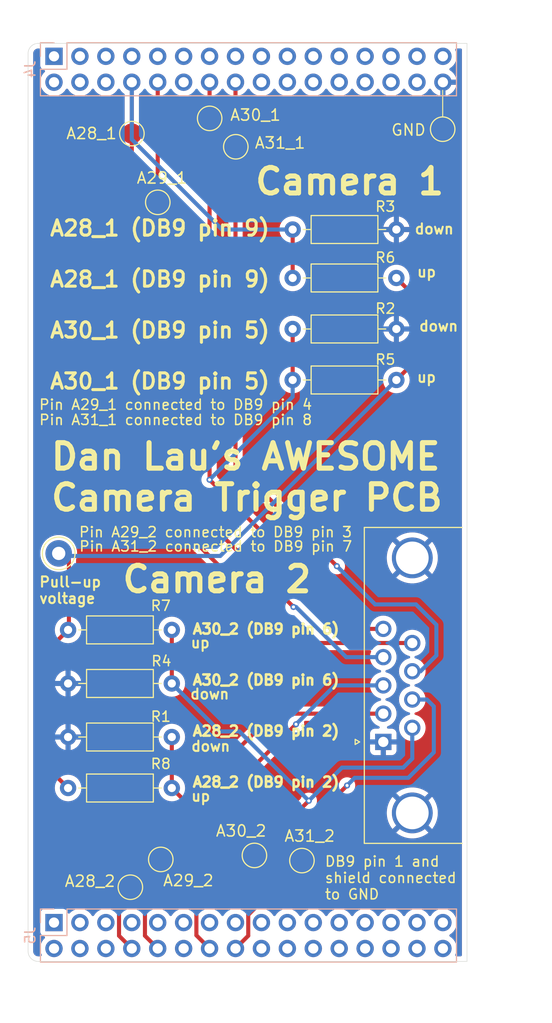
<source format=kicad_pcb>
(kicad_pcb (version 20240108) (generator "pcbnew") (generator_version "8.0")
  (layers (0 "F.Cu" signal) (31 "B.Cu" signal) (34 "B.Paste" user) (35 "F.Paste" user) (36 "B.SilkS" user "B.Silkscreen") (37 "F.SilkS" user "F.Silkscreen") (38 "B.Mask" user) (39 "F.Mask" user) (44 "Edge.Cuts" user))
  (net 0 "")
  (net 1 "A28_2")
  (net 2 "GND")
  (net 10 "A31_1")
  (net 14 "A29_1")
  (net 23 "A30_1")
  (net 24 "A28_1")
  (net 36 "A31_2")
  (net 39 "A30_2")
  (net 40 "A29_2")
  (net 61 "Net-(J1-Pin_1)")
  (footprint "TestPoint:TestPoint_Pad_D2.0mm" (layer "F.Cu") (at 60.02073 132.723748)
    (property "Reference" "TP1" (hide yes))
    (property "Value" "TestPoint" (hide yes))
    (fp_circle (center 0 0) (end 0 1.2) (stroke (width 0.12)) (fill none) (layer "F.SilkS"))
    (pad "1" smd circle (at 0 0) (size 2 2) (layers "F.Cu" "F.Mask") (net 1 "A28_2"))
  )
  (footprint "TestPoint:TestPoint_Pad_D2.0mm" (layer "F.Cu") (at 63 130)
    (property "Reference" "TP2" (hide yes))
    (property "Value" "TestPoint" (hide yes))
    (fp_circle (center 0 0) (end 0 1.2) (stroke (width 0.12)) (fill none) (layer "F.SilkS"))
    (pad "1" smd circle (at 0 0) (size 2 2) (layers "F.Cu" "F.Mask") (net 40 "A29_2"))
  )
  (footprint "Resistor_THT:R_Axial_DIN0207_L6.3mm_D2.5mm_P10.16mm_Horizontal" (layer "F.Cu") (at 64.08 118 180)
    (property "Reference" "R1" (at 1.08 2 360) (layer "F.SilkS"))
    (property "Value" "R")
    (fp_line (start 9.12 0) (end 8.35 0) (stroke (width 0.12)) (layer "F.SilkS"))
    (fp_line (start 8.35 1.37) (end 8.35 -1.37) (stroke (width 0.12)) (layer "F.SilkS"))
    (fp_line (start 8.35 -1.37) (end 1.81 -1.37) (stroke (width 0.12)) (layer "F.SilkS"))
    (fp_line (start 1.81 1.37) (end 8.35 1.37) (stroke (width 0.12)) (layer "F.SilkS"))
    (fp_line (start 1.81 -1.37) (end 1.81 1.37) (stroke (width 0.12)) (layer "F.SilkS"))
    (fp_line (start 1.04 0) (end 1.81 0) (stroke (width 0.12)) (layer "F.SilkS"))
    (pad "1" thru_hole circle (at 0 0 180) (size 1.6 1.6) (drill 0.8) (layers "*.Cu" "*.Mask") (net 1 "A28_2"))
    (pad "2" thru_hole oval (at 10.16 0 180) (size 1.6 1.6) (drill 0.8) (layers "*.Cu" "*.Mask") (net 2 "GND"))
  )
  (footprint "Resistor_THT:R_Axial_DIN0207_L6.3mm_D2.5mm_P10.16mm_Horizontal" (layer "F.Cu") (at 53.92 123)
    (property "Reference" "R8" (at 9.08 -2.37 0) (layer "F.SilkS"))
    (property "Value" "R")
    (fp_line (start 1.04 0) (end 1.81 0) (stroke (width 0.12)) (layer "F.SilkS"))
    (fp_line (start 1.81 -1.37) (end 1.81 1.37) (stroke (width 0.12)) (layer "F.SilkS"))
    (fp_line (start 1.81 1.37) (end 8.35 1.37) (stroke (width 0.12)) (layer "F.SilkS"))
    (fp_line (start 8.35 -1.37) (end 1.81 -1.37) (stroke (width 0.12)) (layer "F.SilkS"))
    (fp_line (start 8.35 1.37) (end 8.35 -1.37) (stroke (width 0.12)) (layer "F.SilkS"))
    (fp_line (start 9.12 0) (end 8.35 0) (stroke (width 0.12)) (layer "F.SilkS"))
    (pad "1" thru_hole circle (at 0 0) (size 1.6 1.6) (drill 0.8) (layers "*.Cu" "*.Mask") (net 61 "Net-(J1-Pin_1)"))
    (pad "2" thru_hole oval (at 10.16 0) (size 1.6 1.6) (drill 0.8) (layers "*.Cu" "*.Mask") (net 1 "A28_2"))
  )
  (footprint "Connector_Pin:Pin_D1.3mm_L11.0mm" (layer "F.Cu") (at 53 100)
    (property "Reference" "J1" (hide yes))
    (property "Value" "Conn_01x01" (hide yes))
    (fp_circle (center 0 0) (end 1.6 0.05) (stroke (width 0.12)) (fill none) (layer "F.SilkS"))
    (pad "1" thru_hole circle (at 0 0) (size 2.6 2.6) (drill 1.3) (layers "*.Cu" "*.Mask") (net 61 "Net-(J1-Pin_1)"))
  )
  (footprint "Connector_Dsub:DSUB-9_Male_Horizontal_P2.77x2.84mm_EdgePinOffset4.94mm_Housed_MountingHolesOffset4.94mm" (layer "F.Cu") (at 84.8 118.48 90)
    (property "Reference" "J3" (hide yes))
    (property "Value" "DE9_Plug_MountingHoles")
    (fp_line (start 0.25 -2.754338) (end 0 -2.321325) (stroke (width 0.12)) (layer "F.SilkS"))
    (fp_line (start -0.25 -2.754338) (end 0.25 -2.754338) (stroke (width 0.12)) (layer "F.SilkS"))
    (fp_line (start 0 -2.321325) (end -0.25 -2.754338) (stroke (width 0.12)) (layer "F.SilkS"))
    (fp_line (start 21.025 -1.86) (end 21.025 7.72) (stroke (width 0.12)) (layer "F.SilkS"))
    (fp_line (start -9.945 -1.86) (end 21.025 -1.86) (stroke (width 0.12)) (layer "F.SilkS"))
    (fp_line (start -9.945 7.72) (end -9.945 -1.86) (stroke (width 0.12)) (layer "F.SilkS"))
    (pad "0" thru_hole circle (at -6.96 2.84 90) (size 4 4) (drill 3.2) (layers "*.Cu" "*.Mask") (net 2 "GND"))
    (pad "0" thru_hole circle (at 18.04 2.84 90) (size 4 4) (drill 3.2) (layers "*.Cu" "*.Mask") (net 2 "GND"))
    (pad "1" thru_hole rect (at 0 0 90) (size 1.6 1.6) (drill 1) (layers "*.Cu" "*.Mask") (net 2 "GND"))
    (pad "2" thru_hole circle (at 2.77 0 90) (size 1.6 1.6) (drill 1) (layers "*.Cu" "*.Mask") (net 1 "A28_2"))
    (pad "3" thru_hole circle (at 5.54 0 90) (size 1.6 1.6) (drill 1) (layers "*.Cu" "*.Mask") (net 40 "A29_2"))
    (pad "4" thru_hole circle (at 8.31 0 90) (size 1.6 1.6) (drill 1) (layers "*.Cu" "*.Mask") (net 14 "A29_1"))
    (pad "5" thru_hole circle (at 11.08 0 90) (size 1.6 1.6) (drill 1) (layers "*.Cu" "*.Mask") (net 23 "A30_1"))
    (pad "6" thru_hole circle (at 1.385 2.84 90) (size 1.6 1.6) (drill 1) (layers "*.Cu" "*.Mask") (net 39 "A30_2"))
    (pad "7" thru_hole circle (at 4.155 2.84 90) (size 1.6 1.6) (drill 1) (layers "*.Cu" "*.Mask") (net 36 "A31_2"))
    (pad "8" thru_hole circle (at 6.925 2.84 90) (size 1.6 1.6) (drill 1) (layers "*.Cu" "*.Mask") (net 10 "A31_1"))
    (pad "9" thru_hole circle (at 9.695 2.84 90) (size 1.6 1.6) (drill 1) (layers "*.Cu" "*.Mask") (net 24 "A28_1"))
  )
  (footprint "Resistor_THT:R_Axial_DIN0207_L6.3mm_D2.5mm_P10.16mm_Horizontal" (layer "F.Cu") (at 75.92 68.25)
    (property "Reference" "R3" (at 9.08 -2.25 0) (layer "F.SilkS"))
    (property "Value" "R")
    (fp_line (start 1.04 0) (end 1.81 0) (stroke (width 0.12)) (layer "F.SilkS"))
    (fp_line (start 1.81 -1.37) (end 1.81 1.37) (stroke (width 0.12)) (layer "F.SilkS"))
    (fp_line (start 1.81 1.37) (end 8.35 1.37) (stroke (width 0.12)) (layer "F.SilkS"))
    (fp_line (start 8.35 -1.37) (end 1.81 -1.37) (stroke (width 0.12)) (layer "F.SilkS"))
    (fp_line (start 8.35 1.37) (end 8.35 -1.37) (stroke (width 0.12)) (layer "F.SilkS"))
    (fp_line (start 9.12 0) (end 8.35 0) (stroke (width 0.12)) (layer "F.SilkS"))
    (pad "1" thru_hole circle (at 0 0) (size 1.6 1.6) (drill 0.8) (layers "*.Cu" "*.Mask") (net 24 "A28_1"))
    (pad "2" thru_hole oval (at 10.16 0) (size 1.6 1.6) (drill 0.8) (layers "*.Cu" "*.Mask") (net 2 "GND"))
  )
  (footprint "TestPoint:TestPoint_Pad_D2.0mm" (layer "F.Cu") (at 67.79005 57.355394)
    (property "Reference" "TP7" (hide yes))
    (property "Value" "TestPoint" (hide yes))
    (fp_circle (center 0 0) (end 0 1.2) (stroke (width 0.12)) (fill none) (layer "F.SilkS"))
    (pad "1" smd circle (at 0 0) (size 2 2) (layers "F.Cu" "F.Mask") (net 23 "A30_1"))
  )
  (footprint "Resistor_THT:R_Axial_DIN0207_L6.3mm_D2.5mm_P10.16mm_Horizontal" (layer "F.Cu") (at 86.08 73 180)
    (property "Reference" "R6" (at 1.08 2 360) (layer "F.SilkS"))
    (property "Value" "R")
    (fp_line (start 9.12 0) (end 8.35 0) (stroke (width 0.12)) (layer "F.SilkS"))
    (fp_line (start 8.35 1.37) (end 8.35 -1.37) (stroke (width 0.12)) (layer "F.SilkS"))
    (fp_line (start 8.35 -1.37) (end 1.81 -1.37) (stroke (width 0.12)) (layer "F.SilkS"))
    (fp_line (start 1.81 1.37) (end 8.35 1.37) (stroke (width 0.12)) (layer "F.SilkS"))
    (fp_line (start 1.81 -1.37) (end 1.81 1.37) (stroke (width 0.12)) (layer "F.SilkS"))
    (fp_line (start 1.04 0) (end 1.81 0) (stroke (width 0.12)) (layer "F.SilkS"))
    (pad "1" thru_hole circle (at 0 0 180) (size 1.6 1.6) (drill 0.8) (layers "*.Cu" "*.Mask") (net 61 "Net-(J1-Pin_1)"))
    (pad "2" thru_hole oval (at 10.16 0 180) (size 1.6 1.6) (drill 0.8) (layers "*.Cu" "*.Mask") (net 24 "A28_1"))
  )
  (footprint "TestPoint:TestPoint_Pad_D2.0mm" (layer "F.Cu") (at 72.175173 129.607106)
    (property "Reference" "TP3" (hide yes))
    (property "Value" "TestPoint" (hide yes))
    (fp_circle (center 0 0) (end 0 1.2) (stroke (width 0.12)) (fill none) (layer "F.SilkS"))
    (pad "1" smd circle (at 0 0) (size 2 2) (layers "F.Cu" "F.Mask") (net 39 "A30_2"))
  )
  (footprint "TestPoint:TestPoint_Pad_D2.0mm" (layer "F.Cu") (at 62.707994 65.584011)
    (property "Reference" "TP6" (hide yes))
    (property "Value" "TestPoint" (hide yes))
    (fp_circle (center 0 0) (end 0 1.2) (stroke (width 0.12)) (fill none) (layer "F.SilkS"))
    (pad "1" smd circle (at 0 0) (size 2 2) (layers "F.Cu" "F.Mask") (net 14 "A29_1"))
  )
  (footprint "Resistor_THT:R_Axial_DIN0207_L6.3mm_D2.5mm_P10.16mm_Horizontal" (layer "F.Cu") (at 86.08 83 180)
    (property "Reference" "R5" (at 1.08 2 360) (layer "F.SilkS"))
    (property "Value" "R")
    (fp_line (start 9.12 0) (end 8.35 0) (stroke (width 0.12)) (layer "F.SilkS"))
    (fp_line (start 8.35 1.37) (end 8.35 -1.37) (stroke (width 0.12)) (layer "F.SilkS"))
    (fp_line (start 8.35 -1.37) (end 1.81 -1.37) (stroke (width 0.12)) (layer "F.SilkS"))
    (fp_line (start 1.81 1.37) (end 8.35 1.37) (stroke (width 0.12)) (layer "F.SilkS"))
    (fp_line (start 1.81 -1.37) (end 1.81 1.37) (stroke (width 0.12)) (layer "F.SilkS"))
    (fp_line (start 1.04 0) (end 1.81 0) (stroke (width 0.12)) (layer "F.SilkS"))
    (pad "1" thru_hole circle (at 0 0 180) (size 1.6 1.6) (drill 0.8) (layers "*.Cu" "*.Mask") (net 61 "Net-(J1-Pin_1)"))
    (pad "2" thru_hole oval (at 10.16 0 180) (size 1.6 1.6) (drill 0.8) (layers "*.Cu" "*.Mask") (net 23 "A30_1"))
  )
  (footprint "Resistor_THT:R_Axial_DIN0207_L6.3mm_D2.5mm_P10.16mm_Horizontal" (layer "F.Cu") (at 75.92 78)
    (property "Reference" "R2" (at 9.08 -2 0) (layer "F.SilkS"))
    (property "Value" "R")
    (fp_line (start 1.04 0) (end 1.81 0) (stroke (width 0.12)) (layer "F.SilkS"))
    (fp_line (start 1.81 -1.37) (end 1.81 1.37) (stroke (width 0.12)) (layer "F.SilkS"))
    (fp_line (start 1.81 1.37) (end 8.35 1.37) (stroke (width 0.12)) (layer "F.SilkS"))
    (fp_line (start 8.35 -1.37) (end 1.81 -1.37) (stroke (width 0.12)) (layer "F.SilkS"))
    (fp_line (start 8.35 1.37) (end 8.35 -1.37) (stroke (width 0.12)) (layer "F.SilkS"))
    (fp_line (start 9.12 0) (end 8.35 0) (stroke (width 0.12)) (layer "F.SilkS"))
    (pad "1" thru_hole circle (at 0 0) (size 1.6 1.6) (drill 0.8) (layers "*.Cu" "*.Mask") (net 23 "A30_1"))
    (pad "2" thru_hole oval (at 10.16 0) (size 1.6 1.6) (drill 0.8) (layers "*.Cu" "*.Mask") (net 2 "GND"))
  )
  (footprint "Resistor_THT:R_Axial_DIN0207_L6.3mm_D2.5mm_P10.16mm_Horizontal" (layer "F.Cu") (at 64.08 112.75 180)
    (property "Reference" "R4" (at 1.021598 2.190727 360) (layer "F.SilkS"))
    (property "Value" "R")
    (fp_line (start 9.12 0) (end 8.35 0) (stroke (width 0.12)) (layer "F.SilkS"))
    (fp_line (start 8.35 1.37) (end 8.35 -1.37) (stroke (width 0.12)) (layer "F.SilkS"))
    (fp_line (start 8.35 -1.37) (end 1.81 -1.37) (stroke (width 0.12)) (layer "F.SilkS"))
    (fp_line (start 1.81 1.37) (end 8.35 1.37) (stroke (width 0.12)) (layer "F.SilkS"))
    (fp_line (start 1.81 -1.37) (end 1.81 1.37) (stroke (width 0.12)) (layer "F.SilkS"))
    (fp_line (start 1.04 0) (end 1.81 0) (stroke (width 0.12)) (layer "F.SilkS"))
    (pad "1" thru_hole circle (at 0 0 180) (size 1.6 1.6) (drill 0.8) (layers "*.Cu" "*.Mask") (net 39 "A30_2"))
    (pad "2" thru_hole oval (at 10.16 0 180) (size 1.6 1.6) (drill 0.8) (layers "*.Cu" "*.Mask") (net 2 "GND"))
  )
  (footprint "Resistor_THT:R_Axial_DIN0207_L6.3mm_D2.5mm_P10.16mm_Horizontal" (layer "F.Cu") (at 53.92 107.5)
    (property "Reference" "R7" (at 9.08 -2.37 0) (layer "F.SilkS"))
    (property "Value" "R")
    (fp_line (start 1.04 0) (end 1.81 0) (stroke (width 0.12)) (layer "F.SilkS"))
    (fp_line (start 1.81 -1.37) (end 1.81 1.37) (stroke (width 0.12)) (layer "F.SilkS"))
    (fp_line (start 1.81 1.37) (end 8.35 1.37) (stroke (width 0.12)) (layer "F.SilkS"))
    (fp_line (start 8.35 -1.37) (end 1.81 -1.37) (stroke (width 0.12)) (layer "F.SilkS"))
    (fp_line (start 8.35 1.37) (end 8.35 -1.37) (stroke (width 0.12)) (layer "F.SilkS"))
    (fp_line (start 9.12 0) (end 8.35 0) (stroke (width 0.12)) (layer "F.SilkS"))
    (pad "1" thru_hole circle (at 0 0) (size 1.6 1.6) (drill 0.8) (layers "*.Cu" "*.Mask") (net 61 "Net-(J1-Pin_1)"))
    (pad "2" thru_hole oval (at 10.16 0) (size 1.6 1.6) (drill 0.8) (layers "*.Cu" "*.Mask") (net 39 "A30_2"))
  )
  (footprint "TestPoint:TestPoint_Pad_D2.0mm" (layer "F.Cu") (at 90.617214 58.41313)
    (property "Reference" "TP9" (hide yes))
    (property "Value" "TestPoint" (hide yes))
    (fp_circle (center 0 0) (end 0 1.2) (stroke (width 0.12)) (fill none) (layer "F.SilkS"))
    (pad "1" smd circle (at 0 0) (size 2 2) (layers "F.Cu" "F.Mask") (net 2 "GND"))
  )
  (footprint "TestPoint:TestPoint_Pad_D2.0mm" (layer "F.Cu") (at 76.828703 130.113613)
    (property "Reference" "TP4" (hide yes))
    (property "Value" "TestPoint" (hide yes))
    (fp_circle (center 0 0) (end 0 1.2) (stroke (width 0.12)) (fill none) (layer "F.SilkS"))
    (pad "1" smd circle (at 0 0) (size 2 2) (layers "F.Cu" "F.Mask") (net 36 "A31_2"))
  )
  (footprint "TestPoint:TestPoint_Pad_D2.0mm" (layer "F.Cu") (at 60.171478 58.847575)
    (property "Reference" "TP5" (hide yes))
    (property "Value" "TestPoint" (hide yes))
    (fp_circle (center 0 0) (end 0 1.2) (stroke (width 0.12)) (fill none) (layer "F.SilkS"))
    (pad "1" smd circle (at 0 0) (size 2 2) (layers "F.Cu" "F.Mask") (net 24 "A28_1"))
  )
  (footprint "TestPoint:TestPoint_Pad_D2.0mm" (layer "F.Cu") (at 70.350129 60.138142)
    (property "Reference" "TP8" (hide yes))
    (property "Value" "TestPoint" (hide yes))
    (fp_circle (center 0 0) (end 0 1.2) (stroke (width 0.12)) (fill none) (layer "F.SilkS"))
    (pad "1" smd circle (at 0 0) (size 2 2) (layers "F.Cu" "F.Mask") (net 10 "A31_1"))
  )
  (footprint "Connector_PinHeader_2.54mm:PinHeader_2x16_P2.54mm_Vertical" (layer "B.Cu") (at 52.54 51.27 -90)
    (property "Reference" "J4" (at 1.27 2.33 90) (layer "B.SilkS") (effects (justify mirror)))
    (property "Value" "Conn_02x16_Odd_Even" (hide yes))
    (fp_line (start -1.33 1.33) (end -1.33 0) (stroke (width 0.12)) (layer "B.SilkS"))
    (fp_line (start 0 1.33) (end -1.33 1.33) (stroke (width 0.12)) (layer "B.SilkS"))
    (fp_line (start 1.27 1.33) (end 1.27 -1.27) (stroke (width 0.12)) (layer "B.SilkS"))
    (fp_line (start 3.87 1.33) (end 1.27 1.33) (stroke (width 0.12)) (layer "B.SilkS"))
    (fp_line (start 1.27 -1.27) (end -1.33 -1.27) (stroke (width 0.12)) (layer "B.SilkS"))
    (fp_line (start -1.33 -39.43) (end -1.33 -1.27) (stroke (width 0.12)) (layer "B.SilkS"))
    (fp_line (start 3.87 -39.43) (end 3.87 1.33) (stroke (width 0.12)) (layer "B.SilkS"))
    (fp_line (start 3.87 -39.43) (end -1.33 -39.43) (stroke (width 0.12)) (layer "B.SilkS"))
    (pad "1" thru_hole rect (at 0 0 270) (size 1.7 1.7) (drill 1) (layers "*.Cu" "*.Mask"))
    (pad "2" thru_hole oval (at 2.54 0 270) (size 1.7 1.7) (drill 1) (layers "*.Cu" "*.Mask"))
    (pad "3" thru_hole oval (at 0 -2.54 270) (size 1.7 1.7) (drill 1) (layers "*.Cu" "*.Mask"))
    (pad "4" thru_hole oval (at 2.54 -2.54 270) (size 1.7 1.7) (drill 1) (layers "*.Cu" "*.Mask"))
    (pad "5" thru_hole oval (at 0 -5.08 270) (size 1.7 1.7) (drill 1) (layers "*.Cu" "*.Mask"))
    (pad "6" thru_hole oval (at 2.54 -5.08 270) (size 1.7 1.7) (drill 1) (layers "*.Cu" "*.Mask"))
    (pad "7" thru_hole oval (at 0 -7.62 270) (size 1.7 1.7) (drill 1) (layers "*.Cu" "*.Mask"))
    (pad "8" thru_hole oval (at 2.54 -7.62 270) (size 1.7 1.7) (drill 1) (layers "*.Cu" "*.Mask") (net 24 "A28_1"))
    (pad "9" thru_hole oval (at 0 -10.16 270) (size 1.7 1.7) (drill 1) (layers "*.Cu" "*.Mask"))
    (pad "10" thru_hole oval (at 2.54 -10.16 270) (size 1.7 1.7) (drill 1) (layers "*.Cu" "*.Mask") (net 14 "A29_1"))
    (pad "11" thru_hole oval (at 0 -12.7 270) (size 1.7 1.7) (drill 1) (layers "*.Cu" "*.Mask"))
    (pad "12" thru_hole oval (at 2.54 -12.7 270) (size 1.7 1.7) (drill 1) (layers "*.Cu" "*.Mask"))
    (pad "13" thru_hole oval (at 0 -15.24 270) (size 1.7 1.7) (drill 1) (layers "*.Cu" "*.Mask"))
    (pad "14" thru_hole oval (at 2.54 -15.24 270) (size 1.7 1.7) (drill 1) (layers "*.Cu" "*.Mask") (net 23 "A30_1"))
    (pad "15" thru_hole oval (at 0 -17.78 270) (size 1.7 1.7) (drill 1) (layers "*.Cu" "*.Mask"))
    (pad "16" thru_hole oval (at 2.54 -17.78 270) (size 1.7 1.7) (drill 1) (layers "*.Cu" "*.Mask") (net 10 "A31_1"))
    (pad "17" thru_hole oval (at 0 -20.32 270) (size 1.7 1.7) (drill 1) (layers "*.Cu" "*.Mask"))
    (pad "18" thru_hole oval (at 2.54 -20.32 270) (size 1.7 1.7) (drill 1) (layers "*.Cu" "*.Mask"))
    (pad "19" thru_hole oval (at 0 -22.86 270) (size 1.7 1.7) (drill 1) (layers "*.Cu" "*.Mask"))
    (pad "20" thru_hole oval (at 2.54 -22.86 270) (size 1.7 1.7) (drill 1) (layers "*.Cu" "*.Mask"))
    (pad "21" thru_hole oval (at 0 -25.4 270) (size 1.7 1.7) (drill 1) (layers "*.Cu" "*.Mask"))
    (pad "22" thru_hole oval (at 2.54 -25.4 270) (size 1.7 1.7) (drill 1) (layers "*.Cu" "*.Mask"))
    (pad "23" thru_hole oval (at 0 -27.94 270) (size 1.7 1.7) (drill 1) (layers "*.Cu" "*.Mask"))
    (pad "24" thru_hole oval (at 2.54 -27.94 270) (size 1.7 1.7) (drill 1) (layers "*.Cu" "*.Mask"))
    (pad "25" thru_hole oval (at 0 -30.48 270) (size 1.7 1.7) (drill 1) (layers "*.Cu" "*.Mask"))
    (pad "26" thru_hole oval (at 2.54 -30.48 270) (size 1.7 1.7) (drill 1) (layers "*.Cu" "*.Mask"))
    (pad "27" thru_hole oval (at 0 -33.02 270) (size 1.7 1.7) (drill 1) (layers "*.Cu" "*.Mask"))
    (pad "28" thru_hole oval (at 2.54 -33.02 270) (size 1.7 1.7) (drill 1) (layers "*.Cu" "*.Mask"))
    (pad "29" thru_hole oval (at 0 -35.56 270) (size 1.7 1.7) (drill 1) (layers "*.Cu" "*.Mask"))
    (pad "30" thru_hole oval (at 2.54 -35.56 270) (size 1.7 1.7) (drill 1) (layers "*.Cu" "*.Mask"))
    (pad "31" thru_hole oval (at 0 -38.1 270) (size 1.7 1.7) (drill 1) (layers "*.Cu" "*.Mask"))
    (pad "32" thru_hole oval (at 2.54 -38.1 270) (size 1.7 1.7) (drill 1) (layers "*.Cu" "*.Mask") (net 2 "GND"))
  )
  (footprint "Connector_PinHeader_2.54mm:PinHeader_2x16_P2.54mm_Vertical" (layer "B.Cu") (at 52.54 136.19 -90)
    (property "Reference" "J5" (at 1.27 2.33 90) (layer "B.SilkS") (effects (justify mirror)))
    (property "Value" "Conn_02x16_Odd_Even")
    (fp_line (start -1.33 1.33) (end -1.33 0) (stroke (width 0.12)) (layer "B.SilkS"))
    (fp_line (start 0 1.33) (end -1.33 1.33) (stroke (width 0.12)) (layer "B.SilkS"))
    (fp_line (start 1.27 1.33) (end 1.27 -1.27) (stroke (width 0.12)) (layer "B.SilkS"))
    (fp_line (start 3.87 1.33) (end 1.27 1.33) (stroke (width 0.12)) (layer "B.SilkS"))
    (fp_line (start 1.27 -1.27) (end -1.33 -1.27) (stroke (width 0.12)) (layer "B.SilkS"))
    (fp_line (start -1.33 -39.43) (end -1.33 -1.27) (stroke (width 0.12)) (layer "B.SilkS"))
    (fp_line (start 3.87 -39.43) (end 3.87 1.33) (stroke (width 0.12)) (layer "B.SilkS"))
    (fp_line (start 3.87 -39.43) (end -1.33 -39.43) (stroke (width 0.12)) (layer "B.SilkS"))
    (pad "1" thru_hole rect (at 0 0 270) (size 1.7 1.7) (drill 1) (layers "*.Cu" "*.Mask"))
    (pad "2" thru_hole oval (at 2.54 0 270) (size 1.7 1.7) (drill 1) (layers "*.Cu" "*.Mask"))
    (pad "3" thru_hole oval (at 0 -2.54 270) (size 1.7 1.7) (drill 1) (layers "*.Cu" "*.Mask"))
    (pad "4" thru_hole oval (at 2.54 -2.54 270) (size 1.7 1.7) (drill 1) (layers "*.Cu" "*.Mask"))
    (pad "5" thru_hole oval (at 0 -5.08 270) (size 1.7 1.7) (drill 1) (layers "*.Cu" "*.Mask"))
    (pad "6" thru_hole oval (at 2.54 -5.08 270) (size 1.7 1.7) (drill 1) (layers "*.Cu" "*.Mask"))
    (pad "7" thru_hole oval (at 0 -7.62 270) (size 1.7 1.7) (drill 1) (layers "*.Cu" "*.Mask"))
    (pad "8" thru_hole oval (at 2.54 -7.62 270) (size 1.7 1.7) (drill 1) (layers "*.Cu" "*.Mask") (net 1 "A28_2"))
    (pad "9" thru_hole oval (at 0 -10.16 270) (size 1.7 1.7) (drill 1) (layers "*.Cu" "*.Mask"))
    (pad "10" thru_hole oval (at 2.54 -10.16 270) (size 1.7 1.7) (drill 1) (layers "*.Cu" "*.Mask") (net 40 "A29_2"))
    (pad "11" thru_hole oval (at 0 -12.7 270) (size 1.7 1.7) (drill 1) (layers "*.Cu" "*.Mask"))
    (pad "12" thru_hole oval (at 2.54 -12.7 270) (size 1.7 1.7) (drill 1) (layers "*.Cu" "*.Mask"))
    (pad "13" thru_hole oval (at 0 -15.24 270) (size 1.7 1.7) (drill 1) (layers "*.Cu" "*.Mask"))
    (pad "14" thru_hole oval (at 2.54 -15.24 270) (size 1.7 1.7) (drill 1) (layers "*.Cu" "*.Mask") (net 39 "A30_2"))
    (pad "15" thru_hole oval (at 0 -17.78 270) (size 1.7 1.7) (drill 1) (layers "*.Cu" "*.Mask"))
    (pad "16" thru_hole oval (at 2.54 -17.78 270) (size 1.7 1.7) (drill 1) (layers "*.Cu" "*.Mask") (net 36 "A31_2"))
    (pad "17" thru_hole oval (at 0 -20.32 270) (size 1.7 1.7) (drill 1) (layers "*.Cu" "*.Mask"))
    (pad "18" thru_hole oval (at 2.54 -20.32 270) (size 1.7 1.7) (drill 1) (layers "*.Cu" "*.Mask"))
    (pad "19" thru_hole oval (at 0 -22.86 270) (size 1.7 1.7) (drill 1) (layers "*.Cu" "*.Mask"))
    (pad "20" thru_hole oval (at 2.54 -22.86 270) (size 1.7 1.7) (drill 1) (layers "*.Cu" "*.Mask"))
    (pad "21" thru_hole oval (at 0 -25.4 270) (size 1.7 1.7) (drill 1) (layers "*.Cu" "*.Mask"))
    (pad "22" thru_hole oval (at 2.54 -25.4 270) (size 1.7 1.7) (drill 1) (layers "*.Cu" "*.Mask"))
    (pad "23" thru_hole oval (at 0 -27.94 270) (size 1.7 1.7) (drill 1) (layers "*.Cu" "*.Mask"))
    (pad "24" thru_hole oval (at 2.54 -27.94 270) (size 1.7 1.7) (drill 1) (layers "*.Cu" "*.Mask"))
    (pad "25" thru_hole oval (at 0 -30.48 270) (size 1.7 1.7) (drill 1) (layers "*.Cu" "*.Mask"))
    (pad "26" thru_hole oval (at 2.54 -30.48 270) (size 1.7 1.7) (drill 1) (layers "*.Cu" "*.Mask"))
    (pad "27" thru_hole oval (at 0 -33.02 270) (size 1.7 1.7) (drill 1) (layers "*.Cu" "*.Mask"))
    (pad "28" thru_hole oval (at 2.54 -33.02 270) (size 1.7 1.7) (drill 1) (layers "*.Cu" "*.Mask"))
    (pad "29" thru_hole oval (at 0 -35.56 270) (size 1.7 1.7) (drill 1) (layers "*.Cu" "*.Mask"))
    (pad "30" thru_hole oval (at 2.54 -35.56 270) (size 1.7 1.7) (drill 1) (layers "*.Cu" "*.Mask"))
    (pad "31" thru_hole oval (at 0 -38.1 270) (size 1.7 1.7) (drill 1) (layers "*.Cu" "*.Mask"))
    (pad "32" thru_hole oval (at 2.54 -38.1 270) (size 1.7 1.7) (drill 1) (layers "*.Cu" "*.Mask"))
  )
  (gr_line (start 90.617214 57.21313) (end 90.617214 54.604934) (stroke (width 0.1)) (layer "F.SilkS"))
  (gr_line (start 93 50) (end 93 140) (stroke (width 0.05)) (layer "Edge.Cuts"))
  (gr_line (start 50 139) (end 50 51) (stroke (width 0.05)) (layer "Edge.Cuts"))
  (gr_arc (start 50 51) (mid 50.292893 50.292893) (end 51 50) (stroke (width 0.05)) (layer "Edge.Cuts"))
  (gr_arc (start 51 140) (mid 50.292893 139.707107) (end 50 139) (stroke (width 0.05)) (layer "Edge.Cuts"))
  (gr_line (start 93 140) (end 51 140) (stroke (width 0.05)) (layer "Edge.Cuts"))
  (gr_line (start 51 50) (end 93 50) (stroke (width 0.05)) (layer "Edge.Cuts"))
  (gr_text "A28_1" (at 53.655313 59.476327 0) (layer "F.SilkS") (effects (font (size 1.1 1.1)) (justify left bottom)))
  (gr_text "Camera 2" (at 59 104 0) (layer "F.SilkS") (effects (font (size 2.5 2.5) (thickness 0.5) (bold yes)) (justify left bottom)))
  (gr_text "up" (at 87.994602 83.318872 0) (layer "F.SilkS") (effects (font (size 1 1) (thickness 0.2) (bold yes)) (justify left bottom)))
  (gr_text "A28_2 (DB9 pin 2)" (at 66 123 0) (layer "F.SilkS") (effects (font (size 1 1) (thickness 0.25) (bold yes)) (justify left bottom)))
  (gr_text "Pin A29_1 connected to DB9 pin 4" (at 51 86 0) (layer "F.SilkS") (effects (font (size 1 1)) (justify left bottom)))
  (gr_text "A29_2" (at 63.143039 132.711699 0) (layer "F.SilkS") (effects (font (size 1.1 1.1)) (justify left bottom)))
  (gr_text "A29_1" (at 60.559109 63.838217 0) (layer "F.SilkS") (effects (font (size 1.1 1.1)) (justify left bottom)))
  (gr_text "down" (at 88.209466 78.305377 0) (layer "F.SilkS") (effects (font (size 1 1) (thickness 0.2) (bold yes)) (justify left bottom)))
  (gr_text "DB9 pin 1 and\nshield connected \nto GND" (at 79 134 0) (layer "F.SilkS") (effects (font (size 1 1)) (justify left bottom)))
  (gr_text "Dan Lau's AWESOME \nCamera Trigger PCB" (at 52 96 0) (layer "F.SilkS") (effects (font (size 2.5 2.5) (thickness 0.5) (bold yes)) (justify left bottom)))
  (gr_text "GND" (at 85.496734 59.133599 0) (layer "F.SilkS") (effects (font (size 1.1 1.1)) (justify left bottom)))
  (gr_text "up" (at 65.878432 124.388607 0) (layer "F.SilkS") (effects (font (size 1 1) (thickness 0.2) (bold yes)) (justify left bottom)))
  (gr_text "Pull-up\nvoltage\n" (at 51 105 0) (layer "F.SilkS") (effects (font (size 1 1) (thickness 0.2) (bold yes)) (justify left bottom)))
  (gr_text "Camera 1" (at 72 65 0) (layer "F.SilkS") (effects (font (size 2.5 2.5) (thickness 0.5) (bold yes)) (justify left bottom)))
  (gr_text "A30_2 (DB9 pin 6)" (at 66 113 0) (layer "F.SilkS") (effects (font (size 1 1) (thickness 0.25) (bold yes)) (justify left bottom)))
  (gr_text "Pin A29_2 connected to DB9 pin 3" (at 54.912466 98.494426 0) (layer "F.SilkS") (effects (font (size 1 1)) (justify left bottom)))
  (gr_text "A30_1 (DB9 pin 5)" (at 52 84 0) (layer "F.SilkS") (effects (font (size 1.5 1.5) (thickness 0.3) (bold yes)) (justify left bottom)))
  (gr_text "A28_1 (DB9 pin 9)" (at 52 69 0) (layer "F.SilkS") (effects (font (size 1.5 1.5) (thickness 0.3) (bold yes)) (justify left bottom)))
  (gr_text "A31_1" (at 72.129009 60.399664 0) (layer "F.SilkS") (effects (font (size 1.1 1.1)) (justify left bottom)))
  (gr_text "A31_2" (at 75.027582 128.348896 0) (layer "F.SilkS") (effects (font (size 1.1 1.1)) (justify left bottom)))
  (gr_text "A30_1 (DB9 pin 5)" (at 52 79 0) (layer "F.SilkS") (effects (font (size 1.5 1.5) (thickness 0.3) (bold yes)) (justify left bottom)))
  (gr_text "up" (at 65.828294 109.354027 0) (layer "F.SilkS") (effects (font (size 1 1) (thickness 0.2) (bold yes)) (justify left bottom)))
  (gr_text "down" (at 65.783589 114.37277 0) (layer "F.SilkS") (effects (font (size 1 1) (thickness 0.2) (bold yes)) (justify left bottom)))
  (gr_text "A30_2" (at 68.311664 127.844487 0) (layer "F.SilkS") (effects (font (size 1.1 1.1)) (justify left bottom)))
  (gr_text "down" (at 87.779738 68.779738 0) (layer "F.SilkS") (effects (font (size 1 1) (thickness 0.2) (bold yes)) (justify left bottom)))
  (gr_text "Pin A31_2 connected to DB9 pin 7" (at 54.929973 99.89496 0) (layer "F.SilkS") (effects (font (size 1 1)) (justify left bottom)))
  (gr_text "Pin A31_1 connected to DB9 pin 8" (at 51.005491 87.493136 0) (layer "F.SilkS") (effects (font (size 1 1)) (justify left bottom)))
  (gr_text "A28_1 (DB9 pin 9)" (at 52 74 0) (layer "F.SilkS") (effects (font (size 1.5 1.5) (thickness 0.3) (bold yes)) (justify left bottom)))
  (gr_text "A28_2" (at 53.506532 132.776926 0) (layer "F.SilkS") (effects (font (size 1.1 1.1)) (justify left bottom)))
  (gr_text "down" (at 65.881687 119.493465 0) (layer "F.SilkS") (effects (font (size 1 1) (thickness 0.2) (bold yes)) (justify left bottom)))
  (gr_text "A28_2 (DB9 pin 2)" (at 66 118 0) (layer "F.SilkS") (effects (font (size 1 1) (thickness 0.25) (bold yes)) (justify left bottom)))
  (gr_text "up" (at 88 73 0) (layer "F.SilkS") (effects (font (size 1 1) (thickness 0.2) (bold yes)) (justify left bottom)))
  (gr_text "A30_2 (DB9 pin 6)" (at 66 108 0) (layer "F.SilkS") (effects (font (size 1 1) (thickness 0.25) (bold yes)) (justify left bottom)))
  (gr_text "A30_1" (at 69.714588 57.670318 0) (layer "F.SilkS") (effects (font (size 1.1 1.1)) (justify left bottom)))
  (segment (start 64.08 118) (end 64.08 123) (width 0.4) (layer "F.Cu") (net 1))
  (segment (start 74.04 115.71) (end 84.8 115.71) (width 0.4) (layer "F.Cu") (net 1))
  (segment (start 60.16 132.84) (end 58.91 134.09) (width 0.4) (layer "F.Cu") (net 1))
  (segment (start 64.08 123) (end 65.375 124.295) (width 0.4) (layer "F.Cu") (net 1))
  (segment (start 65.375 124.375) (end 60.16 129.59) (width 0.4) (layer "F.Cu") (net 1))
  (segment (start 65.375 124.295) (end 65.375 124.375) (width 0.4) (layer "F.Cu") (net 1))
  (segment (start 58.91 134.09) (end 58.91 137.48) (width 0.4) (layer "F.Cu") (net 1))
  (segment (start 60.16 129.59) (end 60.16 132.84) (width 0.4) (layer "F.Cu") (net 1))
  (segment (start 65.375 124.375) (end 74.04 115.71) (width 0.4) (layer "F.Cu") (net 1))
  (segment (start 58.91 137.48) (end 60.16 138.73) (width 0.4) (layer "F.Cu") (net 1))
  (segment (start 70.32 91.32) (end 76 97) (width 0.4) (layer "F.Cu") (net 10))
  (segment (start 70.32 53.81) (end 70.32 91.32) (width 0.4) (layer "F.Cu") (net 10))
  (segment (start 76 97) (end 80.25 101.25) (width 0.4) (layer "F.Cu") (net 10))
  (via (at 80.25 101.25) (size 0.6) (drill 0.3) (layers "F.Cu" "B.Cu") (net 10))
  (segment (start 88 105) (end 90 107) (width 0.4) (layer "B.Cu") (net 10))
  (segment (start 88.445 111.555) (end 87.64 111.555) (width 0.4) (layer "B.Cu") (net 10))
  (segment (start 84 105) (end 88 105) (width 0.4) (layer "B.Cu") (net 10))
  (segment (start 90 110) (end 88.445 111.555) (width 0.4) (layer "B.Cu") (net 10))
  (segment (start 80.25 101.25) (end 84 105) (width 0.4) (layer "B.Cu") (net 10))
  (segment (start 90 107) (end 90 110) (width 0.4) (layer "B.Cu") (net 10))
  (segment (start 62.7 91.95) (end 76 105.25) (width 0.4) (layer "F.Cu") (net 14))
  (segment (start 62.7 53.81) (end 62.7 91.95) (width 0.4) (layer "F.Cu") (net 14))
  (via (at 76 105.25) (size 0.6) (drill 0.3) (layers "F.Cu" "B.Cu") (net 14))
  (segment (start 76.25 105.25) (end 81.17 110.17) (width 0.4) (layer "B.Cu") (net 14))
  (segment (start 76 105.25) (end 76.25 105.25) (width 0.4) (layer "B.Cu") (net 14))
  (segment (start 81.17 110.17) (end 84.8 110.17) (width 0.4) (layer "B.Cu") (net 14))
  (segment (start 82.4 107.4) (end 84.8 107.4) (width 0.4) (layer "F.Cu") (net 23))
  (segment (start 67.78 53.81) (end 67.78 92.78) (width 0.4) (layer "F.Cu") (net 23))
  (segment (start 67.78 92.78) (end 82.4 107.4) (width 0.4) (layer "F.Cu") (net 23))
  (segment (start 75.92 83) (end 75.92 78) (width 0.4) (layer "F.Cu") (net 23))
  (via (at 67.78 92.78) (size 0.6) (drill 0.3) (layers "F.Cu" "B.Cu") (net 23))
  (segment (start 67.78 92.78) (end 75.92 84.64) (width 0.4) (layer "B.Cu") (net 23))
  (segment (start 75.92 84.64) (end 75.92 83) (width 0.4) (layer "B.Cu") (net 23))
  (segment (start 76.535 108.785) (end 87.64 108.785) (width 0.4) (layer "F.Cu") (net 24))
  (segment (start 60.16 53.81) (end 60.16 92.66) (width 0.4) (layer "F.Cu") (net 24))
  (segment (start 60.16 92.66) (end 76.25 108.75) (width 0.4) (layer "F.Cu") (net 24))
  (segment (start 76.5 108.75) (end 76.535 108.785) (width 0.4) (layer "F.Cu") (net 24))
  (segment (start 75.92 68.25) (end 75.92 73) (width 0.4) (layer "F.Cu") (net 24))
  (segment (start 76.25 108.75) (end 76.5 108.75) (width 0.4) (layer "F.Cu") (net 24))
  (segment (start 75.92 68.25) (end 69 68.25) (width 0.4) (layer "B.Cu") (net 24))
  (segment (start 69 68.25) (end 60.16 59.41) (width 0.4) (layer "B.Cu") (net 24))
  (segment (start 60.16 59.41) (end 60.16 53.81) (width 0.4) (layer "B.Cu") (net 24))
  (segment (start 71.57 137.48) (end 70.32 138.73) (width 0.4) (layer "F.Cu") (net 36))
  (segment (start 81.25 122.75) (end 76.85 127.15) (width 0.4) (layer "F.Cu") (net 36))
  (segment (start 76.85 130.15) (end 71.57 135.43) (width 0.4) (layer "F.Cu") (net 36))
  (segment (start 71.57 135.43) (end 71.57 137.48) (width 0.4) (layer "F.Cu") (net 36))
  (segment (start 76.85 127.15) (end 76.85 130.15) (width 0.4) (layer "F.Cu") (net 36))
  (via (at 81.25 122.75) (size 0.6) (drill 0.3) (layers "F.Cu" "B.Cu") (net 36))
  (segment (start 81.25 122.75) (end 82 122) (width 0.4) (layer "B.Cu") (net 36))
  (segment (start 87.25 122) (end 89.75 119.5) (width 0.4) (layer "B.Cu") (net 36))
  (segment (start 82 122) (end 87.25 122) (width 0.4) (layer "B.Cu") (net 36))
  (segment (start 89.75 119.5) (end 89.75 115) (width 0.4) (layer "B.Cu") (net 36))
  (segment (start 89.75 115) (end 89.075 114.325) (width 0.4) (layer "B.Cu") (net 36))
  (segment (start 89.075 114.325) (end 87.64 114.325) (width 0.4) (layer "B.Cu") (net 36))
  (segment (start 66.49 137.44) (end 67.78 138.73) (width 0.4) (layer "F.Cu") (net 39))
  (segment (start 66.49 135.26) (end 66.49 137.44) (width 0.4) (layer "F.Cu") (net 39))
  (segment (start 77.5 124.25) (end 66.49 135.26) (width 0.4) (layer "F.Cu") (net 39))
  (segment (start 64.08 107.5) (end 64.08 112.75) (width 0.4) (layer "F.Cu") (net 39))
  (via (at 77.5 124.25) (size 0.6) (drill 0.3) (layers "F.Cu" "B.Cu") (net 39))
  (segment (start 87.64 120.11) (end 87.64 117.095) (width 0.4) (layer "B.Cu") (net 39))
  (segment (start 77.5 124.25) (end 80.75 121) (width 0.4) (layer "B.Cu") (net 39))
  (segment (start 86.75 121) (end 87.64 120.11) (width 0.4) (layer "B.Cu") (net 39))
  (segment (start 68.78 117.45) (end 70.7 117.45) (width 0.4) (layer "B.Cu") (net 39))
  (segment (start 64.08 112.75) (end 68.78 117.45) (width 0.4) (layer "B.Cu") (net 39))
  (segment (start 80.75 121) (end 86.75 121) (width 0.4) (layer "B.Cu") (net 39))
  (segment (start 70.7 117.45) (end 77.5 124.25) (width 0.4) (layer "B.Cu") (net 39))
  (segment (start 76.25 116.75) (end 62.7 130.3) (width 0.4) (layer "F.Cu") (net 40))
  (segment (start 61.45 137.48) (end 62.7 138.73) (width 0.4) (layer "F.Cu") (net 40))
  (segment (start 62.7 133.3) (end 61.45 134.55) (width 0.4) (layer "F.Cu") (net 40))
  (segment (start 62.7 130.3) (end 62.7 133.3) (width 0.4) (layer "F.Cu") (net 40))
  (segment (start 61.45 134.55) (end 61.45 137.48) (width 0.4) (layer "F.Cu") (net 40))
  (via (at 76.25 116.75) (size 0.6) (drill 0.3) (layers "F.Cu" "B.Cu") (net 40))
  (segment (start 76.25 116.75) (end 80.06 112.94) (width 0.4) (layer "B.Cu") (net 40))
  (segment (start 80.06 112.94) (end 84.8 112.94) (width 0.4) (layer "B.Cu") (net 40))
  (segment (start 51.75 120.83) (end 53.92 123) (width 0.4) (layer "F.Cu") (net 61))
  (segment (start 88 74.92) (end 88 81.08) (width 0.4) (layer "F.Cu") (net 61))
  (segment (start 54 107.42) (end 53.92 107.5) (width 0.4) (layer "F.Cu") (net 61))
  (segment (start 88 81.08) (end 86.08 83) (width 0.4) (layer "F.Cu") (net 61))
  (segment (start 54 100.25) (end 54 107.42) (width 0.4) (layer "F.Cu") (net 61))
  (segment (start 51.75 109.67) (end 51.75 120.83) (width 0.4) (layer "F.Cu") (net 61))
  (segment (start 53.92 107.5) (end 51.75 109.67) (width 0.4) (layer "F.Cu") (net 61))
  (segment (start 86.08 73) (end 88 74.92) (width 0.4) (layer "F.Cu") (net 61))
  (segment (start 68.83 100.25) (end 54 100.25) (width 0.4) (layer "B.Cu") (net 61))
  (segment (start 86.08 83) (end 68.83 100.25) (width 0.4) (layer "B.Cu") (net 61))
  (zone (net 2) (net_name "GND") (layer "F.Cu") (priority 1) (connect_pads (clearance 0.5)) (min_thickness 0.25) (fill yes (thermal_gap 0.5) (thermal_bridge_width 0.5))
    (polygon (pts (xy 47.5 45.75) (xy 96.035379 45.758121) (xy 95.5 143) (xy 47.25 143) (xy 47.5 45.75)))
  )
  (zone (net 2) (net_name "GND") (layer "B.Cu") (connect_pads (clearance 0.5)) (min_thickness 0.25) (fill yes (thermal_gap 0.5) (thermal_bridge_width 0.5))
    (polygon (pts (xy 49 47.75) (xy 94.25 47.75) (xy 94.25 141.5) (xy 49 141.5)))
  )
)
</source>
